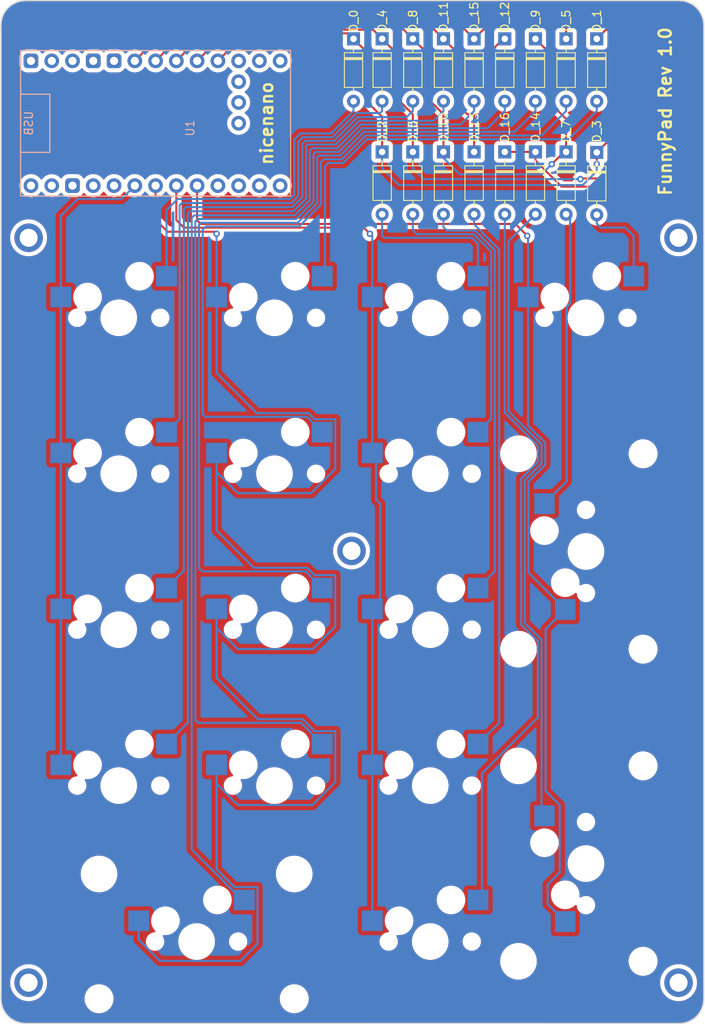
<source format=kicad_pcb>
(kicad_pcb (version 20240108) (generator "pcbnew") (generator_version "8.0")
  (layers (0 "F.Cu" signal) (31 "B.Cu" signal) (34 "B.Paste" user) (35 "F.Paste" user) (36 "B.SilkS" user "B.Silkscreen") (37 "F.SilkS" user "F.Silkscreen") (38 "B.Mask" user) (39 "F.Mask" user) (44 "Edge.Cuts" user))
  (net 0 "")
  (net 1 "col0")
  (net 2 "col1")
  (net 3 "col2")
  (net 4 "col3")
  (net 5 "row0")
  (net 6 "row1")
  (net 7 "row2")
  (net 8 "row3")
  (net 9 "row4")
  (net 10 "Net-(D_0-A)")
  (net 11 "Net-(D_1-A)")
  (net 12 "Net-(D_2-A)")
  (net 13 "Net-(D_3-A)")
  (net 14 "Net-(D_4-A)")
  (net 15 "Net-(D_5-A)")
  (net 16 "Net-(D_6-A)")
  (net 17 "Net-(D_7-A)")
  (net 18 "Net-(D_8-A)")
  (net 19 "Net-(D_9-A)")
  (net 20 "Net-(D_10-A)")
  (net 21 "Net-(D_11-A)")
  (net 22 "Net-(D_12-A)")
  (net 23 "Net-(D_13-A)")
  (net 24 "Net-(D_14-A)")
  (net 25 "Net-(D_15-A)")
  (net 26 "Net-(D_16-A)")
  (footprint "MX_Only:MXOnly-1U-Hotswap" (layer "F.Cu") (at 279.075 201.875)
    (property "Reference" "K_9")
    (property "Value" "KEYSW" (hide yes))
  )
  (footprint "Diode_THT:D_DO-35_SOD27_P7.62mm_Horizontal" (layer "F.Cu") (at 303.492 129.698 -90)
    (property "Reference" "D_15")
    (property "Value" "D")
  )
  (footprint "Diode_THT:D_DO-35_SOD27_P7.62mm_Horizontal" (layer "F.Cu") (at 299.742 129.698 -90)
    (property "Reference" "D_11")
    (property "Value" "D")
  )
  (footprint "MX_Only:MXOnly-2U-Hotswap-ReversedStabilizers" (layer "F.Cu") (at 317.175 230.45 90)
    (property "Reference" "K_14")
    (property "Value" "KEYSW" (hide yes))
  )
  (footprint "MountingHole:MountingHole_2.2mm_M2_ISO7380_Pad_TopBottom" (layer "F.Cu") (at 249 245)
    (property "Reference" "M2_4" (hide yes))
    (property "Value" "MountingHole_2.2mm_M2_ISO7380_Pad_TopBottom" (hide yes))
  )
  (footprint "Diode_THT:D_DO-35_SOD27_P7.62mm_Horizontal" (layer "F.Cu") (at 318.492 129.698 -90)
    (property "Reference" "D_1")
    (property "Value" "D")
  )
  (footprint "Diode_THT:D_DO-35_SOD27_P7.62mm_Horizontal" (layer "F.Cu") (at 292.242 143.508 -90)
    (property "Reference" "D_2")
    (property "Value" "D")
  )
  (footprint "Diode_THT:D_DO-35_SOD27_P7.62mm_Horizontal" (layer "F.Cu") (at 299.742 143.508 -90)
    (property "Reference" "D_10")
    (property "Value" "D")
  )
  (footprint "Diode_THT:D_DO-35_SOD27_P7.62mm_Horizontal" (layer "F.Cu") (at 307.242 143.508 -90)
    (property "Reference" "D_16")
    (property "Value" "D")
  )
  (footprint "MX_Only:MXOnly-1U-Hotswap" (layer "F.Cu") (at 260.025 182.825)
    (property "Reference" "K_4")
    (property "Value" "KEYSW" (hide yes))
  )
  (footprint "MX_Only:MXOnly-1U-Hotswap" (layer "F.Cu") (at 260.025 201.875)
    (property "Reference" "K_8")
    (property "Value" "KEYSW" (hide yes))
  )
  (footprint "MX_Only:MXOnly-1U-Hotswap" (layer "F.Cu") (at 260.025 163.775)
    (property "Reference" "K_0")
    (property "Value" "KEYSW" (hide yes))
  )
  (footprint "MX_Only:MXOnly-1U-Hotswap" (layer "F.Cu") (at 298.125 239.975)
    (property "Reference" "K_16")
    (property "Value" "KEYSW" (hide yes))
  )
  (footprint "Diode_THT:D_DO-35_SOD27_P7.62mm_Horizontal" (layer "F.Cu") (at 310.992 129.698 -90)
    (property "Reference" "D_9")
    (property "Value" "D")
  )
  (footprint "Diode_THT:D_DO-35_SOD27_P7.62mm_Horizontal" (layer "F.Cu") (at 295.992 143.508 -90)
    (property "Reference" "D_6")
    (property "Value" "D")
  )
  (footprint "MountingHole:MountingHole_2.2mm_M2_ISO7380_Pad_TopBottom" (layer "F.Cu") (at 328.5 154)
    (property "Reference" "M2_2" (hide yes))
    (property "Value" "MountingHole_2.2mm_M2_ISO7380_Pad_TopBottom" (hide yes))
  )
  (footprint "MX_Only:MXOnly-1U-Hotswap" (layer "F.Cu") (at 279.075 220.925)
    (property "Reference" "K_12")
    (property "Value" "KEYSW" (hide yes))
  )
  (footprint "Diode_THT:D_DO-35_SOD27_P7.62mm_Horizontal" (layer "F.Cu") (at 314.742 143.508 -90)
    (property "Reference" "D_7")
    (property "Value" "D")
  )
  (footprint "Diode_THT:D_DO-35_SOD27_P7.62mm_Horizontal" (layer "F.Cu") (at 292.242 129.698 -90)
    (property "Reference" "D_4")
    (property "Value" "D")
  )
  (footprint "MX_Only:MXOnly-2U-Hotswap-ReversedStabilizers" (layer "F.Cu") (at 317.175 192.32 90)
    (property "Reference" "K_7")
    (property "Value" "KEYSW" (hide yes))
  )
  (footprint "MX_Only:MXOnly-1U-Hotswap" (layer "F.Cu") (at 260.025 220.925)
    (property "Reference" "K_11")
    (property "Value" "KEYSW" (hide yes))
  )
  (footprint "MX_Only:MXOnly-1U-Hotswap" (layer "F.Cu") (at 298.125 220.925)
    (property "Reference" "K_13")
    (property "Value" "KEYSW" (hide yes))
  )
  (footprint "MX_Only:MXOnly-1U-Hotswap" (layer "F.Cu") (at 298.125 182.825)
    (property "Reference" "K_6")
    (property "Value" "KEYSW" (hide yes))
  )
  (footprint "Diode_THT:D_DO-35_SOD27_P7.62mm_Horizontal" (layer "F.Cu") (at 314.742 129.698 -90)
    (property "Reference" "D_5")
    (property "Value" "D")
  )
  (footprint "Diode_THT:D_DO-35_SOD27_P7.62mm_Horizontal" (layer "F.Cu") (at 318.492 143.568 -90)
    (property "Reference" "D_3")
    (property "Value" "D")
  )
  (footprint "MountingHole:MountingHole_2.2mm_M2_ISO7380_Pad_TopBottom" (layer "F.Cu") (at 249 154)
    (property "Reference" "M2_1" (hide yes))
    (property "Value" "MountingHole_2.2mm_M2_ISO7380_Pad_TopBottom" (hide yes))
  )
  (footprint "MountingHole:MountingHole_2.2mm_M2_ISO7380_Pad_TopBottom" (layer "F.Cu") (at 328.5 245)
    (property "Reference" "M2_5" (hide yes))
    (property "Value" "MountingHole_2.2mm_M2_ISO7380_Pad_TopBottom" (hide yes))
  )
  (footprint "MX_Only:MXOnly-1U-Hotswap" (layer "F.Cu") (at 298.125 201.875)
    (property "Reference" "K_10")
    (property "Value" "KEYSW" (hide yes))
  )
  (footprint "MX_Only:MXOnly-1U-Hotswap" (layer "F.Cu") (at 279.075 182.825)
    (property "Reference" "K_5")
    (property "Value" "KEYSW" (hide yes))
  )
  (footprint "MX_Only:MXOnly-1U-Hotswap" (layer "F.Cu") (at 317.175 163.775)
    (property "Reference" "K_3")
    (property "Value" "KEYSW" (hide yes))
  )
  (footprint "Diode_THT:D_DO-35_SOD27_P7.62mm_Horizontal" (layer "F.Cu") (at 310.992 143.508 -90)
    (property "Reference" "D_14")
    (property "Value" "D")
  )
  (footprint "MX_Only:MXOnly-2U-Hotswap-ReversedStabilizers" (layer "F.Cu") (at 269.55 239.975)
    (property "Reference" "K_15")
    (property "Value" "KEYSW" (hide yes))
  )
  (footprint "MX_Only:MXOnly-1U-Hotswap" (layer "F.Cu") (at 298.125 163.775)
    (property "Reference" "K_2")
    (property "Value" "KEYSW" (hide yes))
  )
  (footprint "MX_Only:MXOnly-1U-Hotswap" (layer "F.Cu") (at 279.075 163.775)
    (property "Reference" "K_1")
    (property "Value" "KEYSW" (hide yes))
  )
  (footprint "Diode_THT:D_DO-35_SOD27_P7.62mm_Horizontal" (layer "F.Cu") (at 288.742 129.698 -90)
    (property "Reference" "D_0")
    (property "Value" "D")
  )
  (footprint "Diode_THT:D_DO-35_SOD27_P7.62mm_Horizontal" (layer "F.Cu") (at 303.492 143.508 -90)
    (property "Reference" "D_13")
    (property "Value" "D")
  )
  (footprint "Diode_THT:D_DO-35_SOD27_P7.62mm_Horizontal" (layer "F.Cu") (at 307.242 129.698 -90)
    (property "Reference" "D_12")
    (property "Value" "D")
  )
  (footprint "MountingHole:MountingHole_2.2mm_M2_ISO7380_Pad_TopBottom" (layer "F.Cu") (at 288.5 192.25)
    (property "Reference" "M2_3" (hide yes))
    (property "Value" "MountingHole_2.2mm_M2_ISO7380_Pad_TopBottom" (hide yes))
  )
  (footprint "Diode_THT:D_DO-35_SOD27_P7.62mm_Horizontal" (layer "F.Cu") (at 295.992 129.698 -90)
    (property "Reference" "D_8")
    (property "Value" "D")
  )
  (footprint "PCM_marbastlib-xp-promicroish:nice_nano_AH_USBup" (layer "B.Cu") (at 265.7995 140.008 -90)
    (property "Reference" "U1")
    (property "Value" "nice_nano")
  )
  (gr_arc (start 331.6 247.01066) (mid 330.72132 249.13198) (end 328.6 250.01066) (stroke (width 0.1)) (layer "Edge.Cuts"))
  (gr_line (start 248.599999 250.000001) (end 328.6 250.01066) (stroke (width 0.1)) (layer "Edge.Cuts"))
  (gr_arc (start 248.599999 250.000001) (mid 246.478679 249.121321) (end 245.599999 247.000001) (stroke (width 0.1)) (layer "Edge.Cuts"))
  (gr_arc (start 245.6 128) (mid 246.47868 125.87868) (end 248.6 125) (stroke (width 0.1)) (layer "Edge.Cuts"))
  (gr_arc (start 328.6 125) (mid 330.72132 125.87868) (end 331.6 128) (stroke (width 0.1)) (layer "Edge.Cuts"))
  (gr_line (start 331.6 128) (end 331.6 247.01066) (stroke (width 0.1)) (layer "Edge.Cuts"))
  (gr_line (start 248.6 125) (end 328.6 125) (stroke (width 0.1)) (layer "Edge.Cuts"))
  (gr_line (start 245.6 128) (end 245.599999 247.000001) (stroke (width 0.1)) (layer "Edge.Cuts"))
  (gr_text "FunnyPad Rev 1.0" (at 327.742 149.008 90) (layer "F.SilkS") (effects (font (size 1.5 1.5) (thickness 0.3) (bold yes)) (justify left bottom)))
  (gr_text "nicenano" (at 279 145.25 90) (layer "F.SilkS") (effects (font (size 1.5 1.5) (thickness 0.3) (bold yes)) (justify left bottom)))
  (segment (start 252.94 151.31) (end 254.992 149.258) (width 0.25) (layer "B.Cu") (net 1))
  (segment (start 260.3595 149.258) (end 261.9895 147.628) (width 0.25) (layer "B.Cu") (net 1))
  (segment (start 252.94 218.385) (end 252.94 199.335) (width 0.25) (layer "B.Cu") (net 1))
  (segment (start 252.94 161.235) (end 252.94 151.31) (width 0.25) (layer "B.Cu") (net 1))
  (segment (start 252.94 180.285) (end 252.94 161.235) (width 0.25) (layer "B.Cu") (net 1))
  (segment (start 254.992 149.258) (end 260.3595 149.258) (width 0.25) (layer "B.Cu") (net 1))
  (segment (start 252.94 218.385) (end 252.94 180.285) (width 0.25) (layer "B.Cu") (net 1))
  (segment (start 265.992 153.258) (end 264.5295 151.7955) (width 0.25) (layer "F.Cu") (net 2))
  (segment (start 271.742 153.258) (end 265.992 153.258) (width 0.25) (layer "F.Cu") (net 2))
  (segment (start 264.5295 151.7955) (end 264.5295 147.628) (width 0.25) (layer "F.Cu") (net 2))
  (segment (start 271.992 153.508) (end 271.742 153.258) (width 0.25) (layer "F.Cu") (net 2))
  (via (at 271.992 153.508) (size 0.8) (drill 0.4) (layers "F.Cu" "B.Cu") (net 2))
  (segment (start 274.9061 242.3439) (end 276.992 240.258) (width 0.25) (layer "B.Cu") (net 2))
  (segment (start 286.517 182.233) (end 286.517 176.17) (width 0.25) (layer "B.Cu") (net 2))
  (segment (start 286.517 214.27) (end 283.978396 214.27) (width 0.25) (layer "B.Cu") (net 2))
  (segment (start 271.99 201.637767) (end 274.596133 204.2439) (width 0.25) (layer "B.Cu") (net 2))
  (segment (start 271.99 189.756) (end 271.99 180.285) (width 0.25) (layer "B.Cu") (net 2))
  (segment (start 271.99 218.385) (end 271.99 220.687767) (width 0.25) (layer "B.Cu") (net 2))
  (segment (start 276.992 233.32) (end 274.190396 233.32) (width 0.25) (layer "B.Cu") (net 2))
  (segment (start 283.978396 176.17) (end 283.228396 175.42) (width 0.25) (layer "B.Cu") (net 2))
  (segment (start 271.99 161.235) (end 271.99 153.51) (width 0.25) (layer "B.Cu") (net 2))
  (segment (start 271.99 180.285) (end 271.99 182.587767) (width 0.25) (layer "B.Cu") (net 2))
  (segment (start 262.465 239.737767) (end 265.071133 242.3439) (width 0.25) (layer "B.Cu") (net 2))
  (segment (start 282.516396 212.808) (end 277.042 212.808) (width 0.25) (layer "B.Cu") (net 2))
  (segment (start 274.596133 204.2439) (end 283.7561 204.2439) (width 0.25) (layer "B.Cu") (net 2))
  (segment (start 271.99 199.335) (end 271.99 201.637767) (width 0.25) (layer "B.Cu") (net 2))
  (segment (start 283.066396 194.308) (end 276.542 194.308) (width 0.25) (layer "B.Cu") (net 2))
  (segment (start 271.99 182.587767) (end 274.596133 185.1939) (width 0.25) (layer "B.Cu") (net 2))
  (segment (start 283.7561 204.2439) (end 286.517 201.483) (width 0.25) (layer "B.Cu") (net 2))
  (segment (start 276.542 194.308) (end 271.99 189.756) (width 0.25) (layer "B.Cu") (net 2))
  (segment (start 265.071133 242.3439) (end 274.9061 242.3439) (width 0.25) (layer "B.Cu") (net 2))
  (segment (start 286.517 220.483) (end 286.517 214.27) (width 0.25) (layer "B.Cu") (net 2))
  (segment (start 271.99 231.119604) (end 271.99 218.385) (width 0.25) (layer "B.Cu") (net 2))
  (segment (start 283.978396 195.22) (end 283.066396 194.308) (width 0.25) (layer "B.Cu") (net 2))
  (segment (start 271.99 207.756) (end 271.99 199.335) (width 0.25) (layer "B.Cu") (net 2))
  (segment (start 271.99 220.687767) (end 274.596133 223.2939) (width 0.25) (layer "B.Cu") (net 2))
  (segment (start 286.517 176.17) (end 283.978396 176.17) (width 0.25) (layer "B.Cu") (net 2))
  (segment (start 277.042 212.808) (end 271.99 207.756) (width 0.25) (layer "B.Cu") (net 2))
  (segment (start 276.992 240.258) (end 276.992 233.32) (width 0.25) (layer "B.Cu") (net 2))
  (segment (start 271.99 153.51) (end 271.992 153.508) (width 0.25) (layer "B.Cu") (net 2))
  (segment (start 276.904 175.42) (end 271.99 170.506) (width 0.25) (layer "B.Cu") (net 2))
  (segment (start 286.517 201.483) (end 286.517 195.22) (width 0.25) (layer "B.Cu") (net 2))
  (segment (start 262.465 237.435) (end 262.465 239.737767) (width 0.25) (layer "B.Cu") (net 2))
  (segment (start 283.5561 185.1939) (end 286.517 182.233) (width 0.25) (layer "B.Cu") (net 2))
  (segment (start 283.978396 214.27) (end 282.516396 212.808) (width 0.25) (layer "B.Cu") (net 2))
  (segment (start 283.7061 223.2939) (end 286.517 220.483) (width 0.25) (layer "B.Cu") (net 2))
  (segment (start 274.596133 223.2939) (end 283.7061 223.2939) (width 0.25) (layer "B.Cu") (net 2))
  (segment (start 286.517 195.22) (end 283.978396 195.22) (width 0.25) (layer "B.Cu") (net 2))
  (segment (start 271.99 170.506) (end 271.99 161.235) (width 0.25) (layer "B.Cu") (net 2))
  (segment (start 283.228396 175.42) (end 276.904 175.42) (width 0.25) (layer "B.Cu") (net 2))
  (segment (start 274.190396 233.32) (end 271.99 231.119604) (width 0.25) (layer "B.Cu") (net 2))
  (segment (start 274.596133 185.1939) (end 283.5561 185.1939) (width 0.25) (layer "B.Cu") (net 2))
  (segment (start 289.992 152.758) (end 267.992 152.758) (width 0.25) (layer "F.Cu") (net 3))
  (segment (start 267.0695 151.8355) (end 267.0695 147.628) (width 0.25) (layer "F.Cu") (net 3))
  (segment (start 267.992 152.758) (end 267.0695 151.8355) (width 0.25) (layer "F.Cu") (net 3))
  (segment (start 290.742 153.508) (end 289.992 152.758) (width 0.25) (layer "F.Cu") (net 3))
  (via (at 290.742 153.508) (size 0.8) (drill 0.4) (layers "F.Cu" "B.Cu") (net 3))
  (segment (start 290.742 153.508) (end 291.04 153.806) (width 0.25) (layer "B.Cu") (net 3))
  (segment (start 292 186.5) (end 291.5 186) (width 0.25) (layer "B.Cu") (net 3))
  (segment (start 291.5 180.745) (end 291.04 180.285) (width 0.25) (layer "B.Cu") (net 3))
  (segment (start 291.04 199.335) (end 291.04 218.385) (width 0.25) (layer "B.Cu") (net 3))
  (segment (start 291.04 153.806) (end 291.04 161.235) (width 0.25) (layer "B.Cu") (net 3))
  (segment (start 291.04 218.385) (end 291.04 237.435) (width 0.25) (layer "B.Cu") (net 3))
  (segment (start 291.04 161.235) (end 291.04 180.285) (width 0.25) (layer "B.Cu") (net 3))
  (segment (start 291.5 186) (end 291.5 180.745) (width 0.25) (layer "B.Cu") (net 3))
  (segment (start 292 198.375) (end 292 186.5) (width 0.25) (layer "B.Cu") (net 3))
  (segment (start 291.04 199.335) (end 292 198.375) (width 0.25) (layer "B.Cu") (net 3))
  (segment (start 308.542 152.308) (end 270.042 152.308) (width 0.25) (layer "F.Cu") (net 4))
  (segment (start 269.6095 151.8755) (end 269.6095 147.628) (width 0.25) (layer "F.Cu") (net 4))
  (segment (start 309.992 153.758) (end 308.542 152.308) (width 0.25) (layer "F.Cu") (net 4))
  (segment (start 270.042 152.308) (end 269.6095 151.8755) (width 0.25) (layer "F.Cu") (net 4))
  (via (at 309.992 153.758) (size 0.8) (drill 0.4) (layers "F.Cu" "B.Cu") (net 4))
  (segment (start 310.09 161.235) (end 310.09 153.856) (width 0.25) (layer "B.Cu") (net 4))
  (segment (start 312.492 235.392) (end 314.635 237.535) (width 0.25) (layer "B.Cu") (net 4))
  (segment (start 310.142 183.782923) (end 310.142 194.912) (width 0.25) (layer "B.Cu") (net 4))
  (segment (start 310.09 176.929077) (end 312.1889 179.027977) (width 0.25) (layer "B.Cu") (net 4))
  (segment (start 312.1889 179.027977) (end 312.1889 181.736023) (width 0.25) (layer "B.Cu") (net 4))
  (segment (start 313.97 231.53) (end 312.492 233.008) (width 0.25) (layer "B.Cu") (net 4))
  (segment (start 310.09 153.856) (end 309.992 153.758) (width 0.25) (layer "B.Cu") (net 4))
  (segment (start 312.492 233.008) (end 312.492 235.392) (width 0.25) (layer "B.Cu") (net 4))
  (segment (start 312.242 221.58) (end 313.97 223.308) (width 0.25) (layer "B.Cu") (net 4))
  (segment (start 313.97 223.308) (end 313.97 231.53) (width 0.25) (layer "B.Cu") (net 4))
  (segment (start 312.1889 181.736023) (end 310.142 183.782923) (width 0.25) (layer "B.Cu") (net 4))
  (segment (start 310.142 194.912) (end 314.635 199.405) (width 0.25) (layer "B.Cu") (net 4))
  (segment (start 312.242 201.798) (end 312.242 221.58) (width 0.25) (layer "B.Cu") (net 4))
  (segment (start 310.09 161.235) (end 310.09 176.929077) (width 0.25) (layer "B.Cu") (net 4))
  (segment (start 314.635 199.405) (end 312.242 201.798) (width 0.25) (layer "B.Cu") (net 4))
  (segment (start 288.742 129.698) (end 290.492 131.448) (width 0.25) (layer "F.Cu") (net 5))
  (segment (start 288.742 129.698) (end 288.067 129.023) (width 0.25) (layer "F.Cu") (net 5))
  (segment (start 321.492 128.758) (end 321.492 140.568) (width 0.25) (layer "F.Cu") (net 5))
  (segment (start 290.492 131.448) (end 290.492 137.477009) (width 0.25) (layer "F.Cu") (net 5))
  (segment (start 318.492 143.568) (end 318.492 145.008) (width 0.25) (layer "F.Cu") (net 5))
  (segment (start 321.492 140.568) (end 318.492 143.568) (width 0.25) (layer "F.Cu") (net 5))
  (segment (start 321.342 128.608) (end 321.492 128.758) (width 0.25) (layer "F.Cu") (net 5))
  (segment (start 319.582 128.608) (end 321.342 128.608) (width 0.25) (layer "F.Cu") (net 5))
  (segment (start 292.242 139.227009) (end 292.242 143.508) (width 0.25) (layer "F.Cu") (net 5))
  (segment (start 275.5145 129.023) (end 272.1495 132.388) (width 0.25) (layer "F.Cu") (net 5))
  (segment (start 318.492 129.698) (end 319.582 128.608) (width 0.25) (layer "F.Cu") (net 5))
  (segment (start 288.067 129.023) (end 275.5145 129.023) (width 0.25) (layer "F.Cu") (net 5))
  (segment (start 290.492 137.477009) (end 292.242 139.227009) (width 0.25) (layer "F.Cu") (net 5))
  (via (at 318.492 145.008) (size 0.8) (drill 0.4) (layers "F.Cu" "B.Cu") (net 5))
  (segment (start 316.792305 147.558) (end 294.292 147.558) (width 0.25) (layer "B.Cu") (net 5))
  (segment (start 292.242 145.508) (end 292.242 143.508) (width 0.25) (layer "B.Cu") (net 5))
  (segment (start 318.492 145.858305) (end 316.792305 147.558) (width 0.25) (layer "B.Cu") (net 5))
  (segment (start 318.492 145.008) (end 318.492 145.858305) (width 0.25) (layer "B.Cu") (net 5))
  (segment (start 294.292 147.558) (end 292.242 145.508) (width 0.25) (layer "B.Cu") (net 5))
  (segment (start 273.4245 128.573) (end 269.6095 132.388) (width 0.25) (layer "F.Cu") (net 6))
  (segment (start 293.992 136.908991) (end 295.992 138.908991) (width 0.25) (layer "F.Cu") (net 6))
  (segment (start 321.528396 128.158) (end 321.942 128.571604) (width 0.25) (layer "F.Cu") (net 6))
  (segment (start 291.117 128.573) (end 273.4245 128.573) (width 0.25) (layer "F.Cu") (net 6))
  (segment (start 292.242 129.698) (end 293.992 131.448) (width 0.25) (layer "F.Cu") (net 6))
  (segment (start 316.575 146.75) (end 316.492 146.833) (width 0.25) (layer "F.Cu") (net 6))
  (segment (start 292.242 129.698) (end 291.117 128.573) (width 0.25) (layer "F.Cu") (net 6))
  (segment (start 314.992 128.158) (end 321.528396 128.158) (width 0.25) (layer "F.Cu") (net 6))
  (segment (start 321.942 146.5) (end 321.692 146.75) (width 0.25) (layer "F.Cu") (net 6))
  (segment (start 314.742 128.408) (end 314.992 128.158) (width 0.25) (layer "F.Cu") (net 6))
  (segment (start 295.992 138.908991) (end 295.992 143.508) (width 0.25) (layer "F.Cu") (net 6))
  (segment (start 293.992 131.448) (end 293.992 136.908991) (width 0.25) (layer "F.Cu") (net 6))
  (segment (start 321.942 128.571604) (end 321.942 146.5) (width 0.25) (layer "F.Cu") (net 6))
  (segment (start 314.742 129.698) (end 314.742 128.408) (width 0.25) (layer "F.Cu") (net 6))
  (segment (start 321.692 146.75) (end 316.575 146.75) (width 0.25) (layer "F.Cu") (net 6))
  (via (at 316.492 146.833) (size 0.8) (drill 0.4) (layers "F.Cu" "B.Cu") (net 6))
  (segment (start 297.317 146.833) (end 295.992 145.508) (width 0.25) (layer "B.Cu") (net 6))
  (segment (start 316.492 146.833) (end 297.317 146.833) (width 0.25) (layer "B.Cu") (net 6))
  (segment (start 295.992 145.508) (end 295.992 143.508) (width 0.25) (layer "B.Cu") (net 6))
  (segment (start 297.992 131.698) (end 297.992 137.158991) (width 0.25) (layer "F.Cu") (net 7))
  (segment (start 297.992 137.158991) (end 299.742 138.908991) (width 0.25) (layer "F.Cu") (net 7))
  (segment (start 294.417 128.123) (end 271.3345 128.123) (width 0.25) (layer "F.Cu") (net 7))
  (segment (start 295.992 129.698) (end 294.417 128.123) (width 0.25) (layer "F.Cu") (net 7))
  (segment (start 271.3345 128.123) (end 267.0695 132.388) (width 0.25) (layer "F.Cu") (net 7))
  (segment (start 299.742 138.908991) (end 299.742 143.508) (width 0.25) (layer "F.Cu") (net 7))
  (segment (start 312.742 131.448) (end 312.742 137.477009) (width 0.25) (layer "F.Cu") (net 7))
  (segment (start 314.742 143.508) (end 314.492 143.508) (width 0.25) (layer "F.Cu") (net 7))
  (segment (start 312.742 137.477009) (end 314.742 139.477009) (width 0.25) (layer "F.Cu") (net 7))
  (segment (start 314.492 143.508) (end 312.992 145.008) (width 0.25) (layer "F.Cu") (net 7))
  (segment (start 310.992 129.698) (end 312.742 131.448) (width 0.25) (layer "F.Cu") (net 7))
  (segment (start 295.992 129.698) (end 297.992 131.698) (width 0.25) (layer "F.Cu") (net 7))
  (segment (start 314.742 139.477009) (end 314.742 143.508) (width 0.25) (layer "F.Cu") (net 7))
  (via (at 312.992 145.008) (size 0.8) (drill 0.4) (layers "F.Cu" "B.Cu") (net 7))
  (segment (start 312.992 145.008) (end 311.75 146.25) (width 0.25) (layer "B.Cu") (net 7))
  (segment (start 311.75 146.25) (end 301.734 146.25) (width 0.25) (layer "B.Cu") (net 7))
  (segment (start 301.734 146.25) (end 299.742 144.258) (width 0.25) (layer "B.Cu") (net 7))
  (segment (start 299.742 144.258) (end 299.742 143.508) (width 0.25) (layer "B.Cu") (net 7))
  (segment (start 269.2445 127.673) (end 264.5295 132.388) (width 0.25) (layer "F.Cu") (net 8))
  (segment (start 305.25 131.5) (end 305.25 137.75) (width 0.25) (layer "F.Cu") (net 8))
  (segment (start 297.717 127.673) (end 269.2445 127.673) (width 0.25) (layer "F.Cu") (net 8))
  (segment (start 301.492 137.742) (end 302.658991 138.908991) (width 0.25) (layer "F.Cu") (net 8))
  (segment (start 302.658991 138.908991) (end 303.492 138.908991) (width 0.25) (layer "F.Cu") (net 8))
  (segment (start 299.742 129.698) (end 297.717 127.673) (width 0.25) (layer "F.Cu") (net 8))
  (segment (start 303.492 138.908991) (end 303.492 143.508) (width 0.25) (layer "F.Cu") (net 8))
  (segment (start 305.25 137.75) (end 304.091009 138.908991) (width 0.25) (layer "F.Cu") (net 8))
  (segment (start 299.742 129.698) (end 301.492 131.448) (width 0.25) (layer "F.Cu") (net 8))
  (segment (start 307.242 129.698) (end 307.052 129.698) (width 0.25) (layer "F.Cu") (net 8))
  (segment (start 301.492 131.448) (end 301.492 137.742) (width 0.25) (layer "F.Cu") (net 8))
  (segment (start 304.091009 138.908991) (end 303.492 138.908991) (width 0.25) (layer "F.Cu") (net 8))
  (segment (start 307.052 129.698) (end 305.25 131.5) (width 0.25) (layer "F.Cu") (net 8))
  (segment (start 321.714792 127.708) (end 322.392 128.385208) (width 0.25) (layer "F.Cu") (net 9))
  (segment (start 310.992 143.508) (end 307.242 143.508) (width 0.25) (layer "F.Cu") (net 9))
  (segment (start 314.184 147.75) (end 310.992 144.558) (width 0.25) (layer "F.Cu") (net 9))
  (segment (start 303.492 129.698) (end 305.482 127.708) (width 0.25) (layer "F.Cu") (net 9))
  (segment (start 305.482 127.708) (end 321.714792 127.708) (width 0.25) (layer "F.Cu") (net 9))
  (segment (start 267.1545 127.223) (end 261.9895 132.388) (width 0.25) (layer "F.Cu") (net 9))
  (segment (start 310.992 144.558) (end 310.992 143.508) (width 0.25) (layer "F.Cu") (net 9))
  (segment (start 303.492 129.698) (end 301.017 127.223) (width 0.25) (layer "F.Cu") (net 9))
  (segment (start 301.017 127.223) (end 267.1545 127.223) (width 0.25) (layer "F.Cu") (net 9))
  (segment (start 322.392 128.385208) (end 322.392 147.019396) (width 0.25) (layer "F.Cu") (net 9))
  (segment (start 322.392 147.019396) (end 321.661396 147.75) (width 0.25) (layer "F.Cu") (net 9))
  (segment (start 321.661396 147.75) (end 314.184 147.75) (width 0.25) (layer "F.Cu") (net 9))
  (segment (start 282.242 141.258) (end 285.992 141.258) (width 0.25) (layer "B.Cu") (net 10))
  (segment (start 285.992 141.258) (end 288.742 138.508) (width 0.25) (layer "B.Cu") (net 10))
  (segment (start 281.492 142.008) (end 282.242 141.258) (width 0.25) (layer "B.Cu") (net 10))
  (segment (start 265.867 150.633) (end 267.242 149.258) (width 0.25) (layer "B.Cu") (net 10))
  (segment (start 288.742 138.508) (end 288.742 137.318) (width 0.25) (layer "B.Cu") (net 10))
  (segment (start 280.992 149.258) (end 281.492 148.758) (width 0.25) (layer "B.Cu") (net 10))
  (segment (start 265.867 158.695) (end 265.867 150.633) (width 0.25) (layer "B.Cu") (net 10))
  (segment (start 267.242 149.258) (end 280.992 149.258) (width 0.25) (layer "B.Cu") (net 10))
  (segment (start 281.492 148.758) (end 281.492 142.008) (width 0.25) (layer "B.Cu") (net 10))
  (segment (start 290.383168 141.958) (end 315.042 141.958) (width 0.25) (layer "B.Cu") (net 11))
  (segment (start 315.042 141.958) (end 318.492 138.508) (width 0.25) (layer "B.Cu") (net 11))
  (segment (start 287.483168 144.858) (end 290.383168 141.958) (width 0.25) (layer "B.Cu") (net 11))
  (segment (start 285.242 145.258) (end 285.642 144.858) (width 0.25) (layer "B.Cu") (net 11))
  (segment (start 284.917 158.695) (end 285.242 158.37) (width 0.25) (layer "B.Cu") (net 11))
  (segment (start 285.242 158.37) (end 285.242 145.258) (width 0.25) (layer "B.Cu") (net 11))
  (segment (start 318.492 138.508) (end 318.492 137.318) (width 0.25) (layer "B.Cu") (net 11))
  (segment (start 285.642 144.858) (end 287.483168 144.858) (width 0.25) (layer "B.Cu") (net 11))
  (segment (start 303.967 154.733) (end 303.242 154.008) (width 0.25) (layer "B.Cu") (net 12))
  (segment (start 303.967 158.695) (end 303.967 154.733) (width 0.25) (layer "B.Cu") (net 12))
  (segment (start 303.242 154.008) (end 292.492 154.008) (width 0.25) (layer "B.Cu") (net 12))
  (segment (start 292.492 154.008) (end 292.242 153.758) (width 0.25) (layer "B.Cu") (net 12))
  (segment (start 292.242 153.758) (end 292.242 151.128) (width 0.25) (layer "B.Cu") (net 12))
  (segment (start 318.492 152.258) (end 318.492 151.188) (width 0.25) (layer "B.Cu") (net 13))
  (segment (start 323.017 158.695) (end 323.017 153.783) (width 0.25) (layer "B.Cu") (net 13))
  (segment (start 318.992 152.758) (end 318.492 152.258) (width 0.25) (layer "B.Cu") (net 13))
  (segment (start 321.992 152.758) (end 318.992 152.758) (width 0.25) (layer "B.Cu") (net 13))
  (segment (start 323.017 153.783) (end 321.992 152.758) (width 0.25) (layer "B.Cu") (net 13))
  (segment (start 281.992 148.894396) (end 281.992 142.258) (width 0.25) (layer "B.Cu") (net 14))
  (segment (start 267.467 176.145) (end 267.467 150.033) (width 0.25) (layer "B.Cu") (net 14))
  (segment (start 267.742 149.758) (end 281.128396 149.758) (width 0.25) (layer "B.Cu") (net 14))
  (segment (start 292.242 138.508) (end 292.242 137.318) (width 0.25) (layer "B.Cu") (net 14))
  (segment (start 281.128396 149.758) (end 281.992 148.894396) (width 0.25) (layer "B.Cu") (net 14))
  (segment (start 291.992 138.758) (end 292.242 138.508) (width 0.25) (layer "B.Cu") (net 14))
  (segment (start 265.867 177.745) (end 267.467 176.145) (width 0.25) (layer "B.Cu") (net 14))
  (segment (start 286.178396 141.708) (end 289.128396 138.758) (width 0.25) (layer "B.Cu") (net 14))
  (segment (start 289.128396 138.758) (end 291.992 138.758) (width 0.25) (layer "B.Cu") (net 14))
  (segment (start 281.992 142.258) (end 282.542 141.708) (width 0.25) (layer "B.Cu") (net 14))
  (segment (start 267.467 150.033) (end 267.742 149.758) (width 0.25) (layer "B.Cu") (net 14))
  (segment (start 282.542 141.708) (end 286.178396 141.708) (width 0.25) (layer "B.Cu") (net 14))
  (segment (start 270.604 175.87) (end 270.292 175.558) (width 0.25) (layer "B.Cu") (net 15))
  (segment (start 311.742 141.508) (end 314.742 138.508) (width 0.25) (layer "B.Cu") (net 15))
  (segment (start 285.092 144.408) (end 287.296772 144.408) (width 0.25) (layer "B.Cu") (net 15))
  (segment (start 270.692 152.608) (end 282.096772 152.608) (width 0.25) (layer "B.Cu") (net 15))
  (segment (start 314.742 138.508) (end 314.742 137.318) (width 0.25) (layer "B.Cu") (net 15))
  (segment (start 284.742 149.962772) (end 284.742 144.758) (width 0.25) (layer "B.Cu") (net 15))
  (segment (start 284.917 177.745) (end 283.042 175.87) (width 0.25) (layer "B.Cu") (net 15))
  (segment (start 287.296772 144.408) (end 290.196772 141.508) (width 0.25) (layer "B.Cu") (net 15))
  (segment (start 284.742 144.758) (end 285.092 144.408) (width 0.25) (layer "B.Cu") (net 15))
  (segment (start 270.292 175.558) (end 270.292 153.008) (width 0.25) (layer "B.Cu") (net 15))
  (segment (start 290.196772 141.508) (end 311.742 141.508) (width 0.25) (layer "B.Cu") (net 15))
  (segment (start 270.292 153.008) (end 270.692 152.608) (width 0.25) (layer "B.Cu") (net 15))
  (segment (start 282.096772 152.608) (end 284.742 149.962772) (width 0.25) (layer "B.Cu") (net 15))
  (segment (start 283.042 175.87) (end 270.604 175.87) (width 0.25) (layer "B.Cu") (net 15))
  (segment (start 303.967 177.745) (end 305.567 176.145) (width 0.25) (layer "B.Cu") (net 16))
  (segment (start 305.567 155.696604) (end 303.428396 153.558) (width 0.25) (layer "B.Cu") (net 16))
  (segment (start 305.567 176.145) (end 305.567 155.696604) (width 0.25) (layer "B.Cu") (net 16))
  (segment (start 296.492 153.558) (end 295.992 153.058) (width 0.25) (layer "B.Cu") (net 16))
  (segment (start 295.992 153.058) (end 295.992 151.128) (width 0.25) (layer "B.Cu") (net 16))
  (segment (start 303.428396 153.558) (end 296.492 153.558) (width 0.25) (layer "B.Cu") (net 16))
  (segment (start 314.8061 183.7669) (end 314.8061 162.44555) (width 0.25) (layer "B.Cu") (net 17))
  (segment (start 314.8061 162.44555) (end 315.24 162.01165) (width 0.25) (layer "B.Cu") (net 17))
  (segment (start 315.24 151.626) (end 314.742 151.128) (width 0.25) (layer "B.Cu") (net 17))
  (segment (start 315.24 162.01165) (end 315.24 151.626) (width 0.25) (layer "B.Cu") (net 17))
  (segment (start 312.095 186.478) (end 314.8061 183.7669) (width 0.25) (layer "B.Cu") (net 17))
  (segment (start 281.264792 150.258) (end 282.492 149.030792) (width 0.25) (layer "B.Cu") (net 18))
  (segment (start 265.867 196.795) (end 267.992 194.67) (width 0.25) (layer "B.Cu") (net 18))
  (segment (start 289.264792 139.258) (end 295.242 139.258) (width 0.25) (layer "B.Cu") (net 18))
  (segment (start 286.364792 142.158) (end 289.264792 139.258) (width 0.25) (layer "B.Cu") (net 18))
  (segment (start 282.492 142.508) (end 282.842 142.158) (width 0.25) (layer "B.Cu") (net 18))
  (segment (start 267.992 150.508) (end 268.242 150.258) (width 0.25) (layer "B.Cu") (net 18))
  (segment (start 282.842 142.158) (end 286.364792 142.158) (width 0.25) (layer "B.Cu") (net 18))
  (segment (start 295.992 138.508) (end 295.992 137.318) (width 0.25) (layer "B.Cu") (net 18))
  (segment (start 267.992 194.67) (end 267.992 150.508) (width 0.25) (layer "B.Cu") (net 18))
  (segment (start 282.492 149.030792) (end 282.492 142.508) (width 0.25) (layer "B.Cu") (net 18))
  (segment (start 295.242 139.258) (end 295.992 138.508) (width 0.25) (layer "B.Cu") (net 18))
  (segment (start 268.242 150.258) (end 281.264792 150.258) (width 0.25) (layer "B.Cu") (net 18))
  (segment (start 290.010376 141.058) (end 308.442 141.058) (width 0.25) (layer "B.Cu") (net 19))
  (segment (start 269.842 194.358) (end 269.842 152.408) (width 0.25) (layer "B.Cu") (net 19))
  (segment (start 269.842 152.408) (end 270.092 152.158) (width 0.25) (layer "B.Cu") (net 19))
  (segment (start 284.292 149.776376) (end 284.292 144.183) (width 0.25) (layer "B.Cu") (net 19))
  (segment (start 281.910376 152.158) (end 284.292 149.776376) (width 0.25) (layer "B.Cu") (net 19))
  (segment (start 284.292 144.183) (end 284.517 143.958) (width 0.25) (layer "B.Cu") (net 19))
  (segment (start 270.242 194.758) (end 269.842 194.358) (width 0.25) (layer "B.Cu") (net 19))
  (segment (start 308.442 141.058) (end 310.992 138.508) (width 0.25) (layer "B.Cu") (net 19))
  (segment (start 310.992 138.508) (end 310.992 137.318) (width 0.25) (layer "B.Cu") (net 19))
  (segment (start 282.88 194.758) (end 270.242 194.758) (width 0.25) (layer "B.Cu") (net 19))
  (segment (start 284.517 143.958) (end 287.110376 143.958) (width 0.25) (layer "B.Cu") (net 19))
  (segment (start 287.110376 143.958) (end 290.010376 141.058) (width 0.25) (layer "B.Cu") (net 19))
  (segment (start 284.917 196.795) (end 282.88 194.758) (width 0.25) (layer "B.Cu") (net 19))
  (segment (start 270.092 152.158) (end 281.910376 152.158) (width 0.25) (layer "B.Cu") (net 19))
  (segment (start 300.142 153.108) (end 299.742 152.708) (width 0.25) (layer "B.Cu") (net 20))
  (segment (start 299.742 152.708) (end 299.742 151.128) (width 0.25) (layer "B.Cu") (net 20))
  (segment (start 303.614792 153.108) (end 300.142 153.108) (width 0.25) (layer "B.Cu") (net 20))
  (segment (start 306.017 155.510208) (end 303.614792 153.108) (width 0.25) (layer "B.Cu") (net 20))
  (segment (start 306.017 194.745) (end 306.017 155.510208) (width 0.25) (layer "B.Cu") (net 20))
  (segment (start 303.967 196.795) (end 306.017 194.745) (width 0.25) (layer "B.Cu") (net 20))
  (segment (start 283.142 142.608) (end 286.551188 142.608) (width 0.25) (layer "B.Cu") (net 21))
  (segment (start 268.492 213.22) (end 268.492 151.008) (width 0.25) (layer "B.Cu") (net 21))
  (segment (start 289.451188 139.708) (end 298.542 139.708) (width 0.25) (layer "B.Cu") (net 21))
  (segment (start 268.492 151.008) (end 268.742 150.758) (width 0.25) (layer "B.Cu") (net 21))
  (segment (start 282.942 142.808) (end 283.142 142.608) (width 0.25) (layer "B.Cu") (net 21))
  (segment (start 286.551188 142.608) (end 289.451188 139.708) (width 0.25) (layer "B.Cu") (net 21))
  (segment (start 299.742 138.508) (end 299.742 137.318) (width 0.25) (layer "B.Cu") (net 21))
  (segment (start 282.942 149.217188) (end 282.942 142.808) (width 0.25) (layer "B.Cu") (net 21))
  (segment (start 298.542 139.708) (end 299.742 138.508) (width 0.25) (layer "B.Cu") (net 21))
  (segment (start 268.742 150.758) (end 281.401188 150.758) (width 0.25) (layer "B.Cu") (net 21))
  (segment (start 265.867 215.845) (end 268.492 213.22) (width 0.25) (layer "B.Cu") (net 21))
  (segment (start 281.401188 150.758) (end 282.942 149.217188) (width 0.25) (layer "B.Cu") (net 21))
  (segment (start 286.92398 143.508) (end 289.82398 140.608) (width 0.25) (layer "B.Cu") (net 22))
  (segment (start 282.33 213.258) (end 269.742 213.258) (width 0.25) (layer "B.Cu") (net 22))
  (segment (start 269.742 213.258) (end 269.392 212.908) (width 0.25) (layer "B.Cu") (net 22))
  (segment (start 289.82398 140.608) (end 305.142 140.608) (width 0.25) (layer "B.Cu") (net 22))
  (segment (start 284.917 215.845) (end 282.33 213.258) (width 0.25) (layer "B.Cu") (net 22))
  (segment (start 283.842 143.783) (end 284.117 143.508) (width 0.25) (layer "B.Cu") (net 22))
  (segment (start 269.692 151.708) (end 281.72398 151.708) (width 0.25) (layer "B.Cu") (net 22))
  (segment (start 305.142 140.608) (end 307.242 138.508) (width 0.25) (layer "B.Cu") (net 22))
  (segment (start 307.242 138.508) (end 307.242 137.318) (width 0.25) (layer "B.Cu") (net 22))
  (segment (start 269.392 152.008) (end 269.692 151.708) (width 0.25) (layer "B.Cu") (net 22))
  (segment (start 281.72398 151.708) (end 283.842 149.58998) (width 0.25) (layer "B.Cu") (net 22))
  (segment (start 284.117 143.508) (end 286.92398 143.508) (width 0.25) (layer "B.Cu") (net 22))
  (segment (start 283.842 149.58998) (end 283.842 143.783) (width 0.25) (layer "B.Cu") (net 22))
  (segment (start 269.392 212.908) (end 269.392 152.008) (width 0.25) (layer "B.Cu") (net 22))
  (segment (start 306.5511 213.2609) (end 306.5511 155.407912) (width 0.25) (layer "B.Cu") (net 23))
  (segment (start 303.492 152.348812) (end 303.492 151.128) (width 0.25) (layer "B.Cu") (net 23))
  (segment (start 306.5511 155.407912) (end 303.492 152.348812) (width 0.25) (layer "B.Cu") (net 23))
  (segment (start 303.967 215.845) (end 306.5511 213.2609) (width 0.25) (layer "B.Cu") (net 23))
  (segment (start 307.692 175.167473) (end 307.692 154.428) (width 0.25) (layer "B.Cu") (net 24))
  (segment (start 307.692 154.428) (end 310.992 151.128) (width 0.25) (layer "B.Cu") (net 24))
  (segment (start 311.7389 179.214373) (end 307.692 175.167473) (width 0.25) (layer "B.Cu") (net 24))
  (segment (start 311.7389 181.549627) (end 311.7389 179.214373) (width 0.25) (layer "B.Cu") (net 24))
  (segment (start 312.095 224.608) (end 311.742 224.255) (width 0.25) (layer "B.Cu") (net 24))
  (segment (start 309.692 183.596527) (end 311.7389 181.549627) (width 0.25) (layer "B.Cu") (net 24))
  (segment (start 311.742 224.255) (end 311.742 203.093473) (width 0.25) (layer "B.Cu") (net 24))
  (segment (start 309.692 201.043473) (end 309.692 183.596527) (width 0.25) (layer "B.Cu") (net 24))
  (segment (start 311.742 203.093473) (end 309.692 201.043473) (width 0.25) (layer "B.Cu") (net 24))
  (segment (start 301.842 140.158) (end 303.492 138.508) (width 0.25) (layer "B.Cu") (net 25))
  (segment (start 275.392 234.895) (end 275.129 234.895) (width 0.25) (layer "B.Cu") (net 25))
  (segment (start 268.942 228.708) (end 268.942 151.558) (width 0.25) (layer "B.Cu") (net 25))
  (segment (start 275.129 234.895) (end 268.942 228.708) (width 0.25) (layer "B.Cu") (net 25))
  (segment (start 283.392 149.403584) (end 283.392 143.333) (width 0.25) (layer "B.Cu") (net 25))
  (segment (start 289.637584 140.158) (end 301.842 140.158) (width 0.25) (layer "B.Cu") (net 25))
  (segment (start 281.537584 151.258) (end 283.392 149.403584) (width 0.25) (layer "B.Cu") (net 25))
  (segment (start 303.492 138.508) (end 303.492 137.318) (width 0.25) (layer "B.Cu") (net 25))
  (segment (start 283.392 143.333) (end 283.667 143.058) (width 0.25) (layer "B.Cu") (net 25))
  (segment (start 286.737584 143.058) (end 289.637584 140.158) (width 0.25) (layer "B.Cu") (net 25))
  (segment (start 283.667 143.058) (end 286.737584 143.058) (width 0.25) (layer "B.Cu") (net 25))
  (segment (start 268.942 151.558) (end 269.242 151.258) (width 0.25) (layer "B.Cu") (net 25))
  (segment (start 269.242 151.258) (end 281.537584 151.258) (width 0.25) (layer "B.Cu") (net 25))
  (segment (start 311.2889 203.276769) (end 309.242 201.229869) (width 0.25) (layer "B.Cu") (net 26))
  (segment (start 307.242 175.353869) (end 307.242 151.128) (width 0.25) (layer "B.Cu") (net 26))
  (segment (start 309.242 183.410131) (end 311.2889 181.363231) (width 0.25) (layer "B.Cu") (net 26))
  (segment (start 309.242 201.229869) (end 309.242 183.410131) (width 0.25) (layer "B.Cu") (net 26))
  (segment (start 303.967 234.895) (end 304.455 234.407) (width 0.25) (layer "B.Cu") (net 26))
  (segment (start 304.455 219.431233) (end 311.2889 212.597333) (width 0.25) (layer "B.Cu") (net 26))
  (segment (start 311.2889 179.400769) (end 307.242 175.353869) (width 0.25) (layer "B.Cu") (net 26))
  (segment (start 311.2889 181.363231) (end 311.2889 179.400769) (width 0.25) (layer "B.Cu") (net 26))
  (segment (start 311.2889 212.597333) (end 311.2889 203.276769) (width 0.25) (layer "B.Cu") (net 26))
  (segment (start 304.455 234.407) (end 304.455 219.431233) (width 0.25) (layer "B.Cu") (net 26))
  (zone (net 0) (net_name "") (layer "F.Cu") (connect_pads (clearance 0.508)) (min_thickness 0.25) (fill yes (thermal_gap 0.5) (thermal_bridge_width 0.5) (island_removal_mode 1) (island_area_min 10))
    (polygon (pts (xy 245.5 125) (xy 245.5 250) (xy 331.75 250) (xy 331.75 125)))
  )
  (zone (net 0) (net_name "") (layer "B.Cu") (priority 1) (connect_pads (clearance 0.508)) (min_thickness 0.25) (fill yes (thermal_gap 0.5) (thermal_bridge_width 0.5) (island_removal_mode 1) (island_area_min 10))
    (polygon (pts (xy 245.5 125) (xy 245.5 250) (xy 331.75 250) (xy 331.75 125)))
  )
)
</source>
